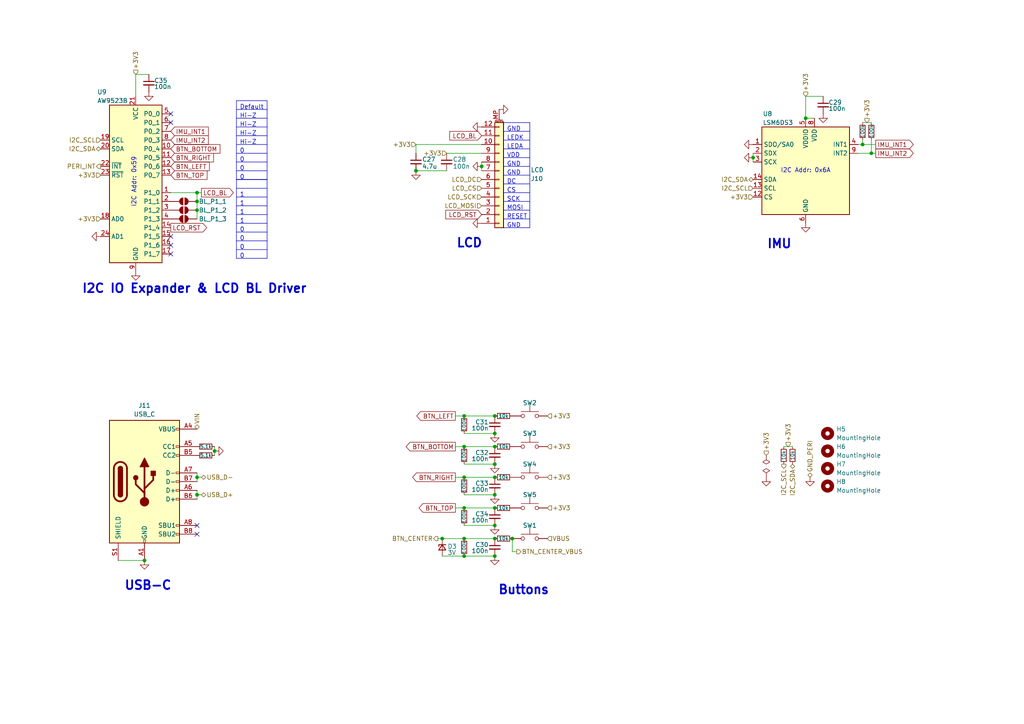
<source format=kicad_sch>
(kicad_sch (version 20250114) (generator "eeschema") (generator_version "9.0")
  (paper "A4")
  (lib_symbols
    (symbol "Connector:USB_C_Receptacle_USB2.0_16P" (pin_names (offset 1.016))
      (property "Reference" "J" (at 0 22.225 0))
      (property "Value" "USB_C_Receptacle_USB2.0_16P" (at 0 19.685 0))
      (symbol "USB_C_Receptacle_USB2.0_16P_0_0"
        (rectangle (start -0.254 -17.78) (end 0.254 -16.764))
        (rectangle (start 10.16 15.494) (end 9.144 14.986))
        (rectangle (start 10.16 10.414) (end 9.144 9.906))
        (rectangle (start 10.16 7.874) (end 9.144 7.366))
        (rectangle (start 10.16 2.794) (end 9.144 2.286))
        (rectangle (start 10.16 0.254) (end 9.144 -0.254))
        (rectangle (start 10.16 -2.286) (end 9.144 -2.794))
        (rectangle (start 10.16 -4.826) (end 9.144 -5.334))
        (rectangle (start 10.16 -12.446) (end 9.144 -12.954))
        (rectangle (start 10.16 -14.986) (end 9.144 -15.494))
      )
      (symbol "USB_C_Receptacle_USB2.0_16P_0_1"
        (rectangle (start -10.16 17.78) (end 10.16 -17.78) (stroke (width 0.254)) (fill (type background)))
        (polyline (pts (xy -8.89 -3.81) (xy -8.89 3.81)) (stroke (width 0.508)))
        (rectangle (start -7.62 -3.81) (end -6.35 3.81) (stroke (width 0.254)) (fill (type outline)))
        (arc (start -7.62 3.81) (mid -6.985 4.4423) (end -6.35 3.81) (stroke (width 0.254)))
        (arc (start -7.62 3.81) (mid -6.985 4.4423) (end -6.35 3.81) (stroke (width 0.254)) (fill (type outline)))
        (arc (start -8.89 3.81) (mid -6.985 5.7067) (end -5.08 3.81) (stroke (width 0.508)))
        (arc (start -5.08 -3.81) (mid -6.985 -5.7067) (end -8.89 -3.81) (stroke (width 0.508)))
        (arc (start -6.35 -3.81) (mid -6.985 -4.4423) (end -7.62 -3.81) (stroke (width 0.254)))
        (arc (start -6.35 -3.81) (mid -6.985 -4.4423) (end -7.62 -3.81) (stroke (width 0.254)) (fill (type outline)))
        (polyline (pts (xy -5.08 3.81) (xy -5.08 -3.81)) (stroke (width 0.508)))
        (circle (center -2.54 1.143) (radius 0.635) (stroke (width 0.254)) (fill (type outline)))
        (polyline (pts (xy -1.27 4.318) (xy 0 6.858) (xy 1.27 4.318) (xy -1.27 4.318)) (stroke (width 0.254)) (fill (type outline)))
        (polyline (pts (xy 0 -2.032) (xy 2.54 0.508) (xy 2.54 1.778)) (stroke (width 0.508)))
        (polyline (pts (xy 0 -3.302) (xy -2.54 -0.762) (xy -2.54 0.508)) (stroke (width 0.508)))
        (polyline (pts (xy 0 -5.842) (xy 0 4.318)) (stroke (width 0.508)))
        (circle (center 0 -5.842) (radius 1.27) (fill (type outline)))
        (rectangle (start 1.905 1.778) (end 3.175 3.048) (stroke (width 0.254)) (fill (type outline)))
      )
      (symbol "USB_C_Receptacle_USB2.0_16P_1_1"
        (pin passive line (at -7.62 -22.86 90) (length 5.08) (name "SHIELD") (number "S1"))
        (pin passive line (at 0 -22.86 90) (length 5.08) (name "GND") (number "A1"))
        (pin passive line (at 0 -22.86 90) (length 5.08) (hide yes) (name "GND") (number "A12"))
        (pin passive line (at 0 -22.86 90) (length 5.08) (hide yes) (name "GND") (number "B1"))
        (pin passive line (at 0 -22.86 90) (length 5.08) (hide yes) (name "GND") (number "B12"))
        (pin passive line (at 15.24 15.24 180) (length 5.08) (name "VBUS") (number "A4"))
        (pin passive line (at 15.24 15.24 180) (length 5.08) (hide yes) (name "VBUS") (number "A9"))
        (pin passive line (at 15.24 15.24 180) (length 5.08) (hide yes) (name "VBUS") (number "B4"))
        (pin passive line (at 15.24 15.24 180) (length 5.08) (hide yes) (name "VBUS") (number "B9"))
        (pin bidirectional line (at 15.24 10.16 180) (length 5.08) (name "CC1") (number "A5"))
        (pin bidirectional line (at 15.24 7.62 180) (length 5.08) (name "CC2") (number "B5"))
        (pin bidirectional line (at 15.24 2.54 180) (length 5.08) (name "D-") (number "A7"))
        (pin bidirectional line (at 15.24 0 180) (length 5.08) (name "D-") (number "B7"))
        (pin bidirectional line (at 15.24 -2.54 180) (length 5.08) (name "D+") (number "A6"))
        (pin bidirectional line (at 15.24 -5.08 180) (length 5.08) (name "D+") (number "B6"))
        (pin bidirectional line (at 15.24 -12.7 180) (length 5.08) (name "SBU1") (number "A8"))
        (pin bidirectional line (at 15.24 -15.24 180) (length 5.08) (name "SBU2") (number "B8"))
      )
    )
    (symbol "Connector_Generic_MountingPin:Conn_01x12_MountingPin" (pin_names (offset 1.016) (hide yes))
      (property "Reference" "J" (at 0 15.24 0))
      (property "Value" "Conn_01x12_MountingPin" (at 1.27 -17.78 0))
      (symbol "Conn_01x12_MountingPin_1_1"
        (rectangle (start -1.27 13.97) (end 1.27 -16.51) (stroke (width 0.254)) (fill (type background)))
        (rectangle (start -1.27 12.827) (end 0 12.573) (stroke (width 0.1524)))
        (rectangle (start -1.27 10.287) (end 0 10.033) (stroke (width 0.1524)))
        (rectangle (start -1.27 7.747) (end 0 7.493) (stroke (width 0.1524)))
        (rectangle (start -1.27 5.207) (end 0 4.953) (stroke (width 0.1524)))
        (rectangle (start -1.27 2.667) (end 0 2.413) (stroke (width 0.1524)))
        (rectangle (start -1.27 0.127) (end 0 -0.127) (stroke (width 0.1524)))
        (rectangle (start -1.27 -2.413) (end 0 -2.667) (stroke (width 0.1524)))
        (rectangle (start -1.27 -4.953) (end 0 -5.207) (stroke (width 0.1524)))
        (rectangle (start -1.27 -7.493) (end 0 -7.747) (stroke (width 0.1524)))
        (rectangle (start -1.27 -10.033) (end 0 -10.287) (stroke (width 0.1524)))
        (rectangle (start -1.27 -12.573) (end 0 -12.827) (stroke (width 0.1524)))
        (rectangle (start -1.27 -15.113) (end 0 -15.367) (stroke (width 0.1524)))
        (polyline (pts (xy -1.016 -17.272) (xy 1.016 -17.272)) (stroke (width 0.1524)))
        (text "Mounting" (at 0 -16.891 0) (effects (font (size 0.381 0.381))))
        (pin passive line (at -5.08 12.7 0) (length 3.81) (name "Pin_1") (number "1"))
        (pin passive line (at -5.08 10.16 0) (length 3.81) (name "Pin_2") (number "2"))
        (pin passive line (at -5.08 7.62 0) (length 3.81) (name "Pin_3") (number "3"))
        (pin passive line (at -5.08 5.08 0) (length 3.81) (name "Pin_4") (number "4"))
        (pin passive line (at -5.08 2.54 0) (length 3.81) (name "Pin_5") (number "5"))
        (pin passive line (at -5.08 0 0) (length 3.81) (name "Pin_6") (number "6"))
        (pin passive line (at -5.08 -2.54 0) (length 3.81) (name "Pin_7") (number "7"))
        (pin passive line (at -5.08 -5.08 0) (length 3.81) (name "Pin_8") (number "8"))
        (pin passive line (at -5.08 -7.62 0) (length 3.81) (name "Pin_9") (number "9"))
        (pin passive line (at -5.08 -10.16 0) (length 3.81) (name "Pin_10") (number "10"))
        (pin passive line (at -5.08 -12.7 0) (length 3.81) (name "Pin_11") (number "11"))
        (pin passive line (at -5.08 -15.24 0) (length 3.81) (name "Pin_12") (number "12"))
        (pin passive line (at 0 -20.32 90) (length 3.048) (name "MountPin") (number "MP"))
      )
    )
    (symbol "Device:C_Small" (pin_numbers (hide yes)) (pin_names (offset 0.254) (hide yes))
      (property "Reference" "C" (at 0.254 1.778 0))
      (property "Value" "C_Small" (at 0.254 -2.032 0))
      (symbol "C_Small_0_1"
        (polyline (pts (xy -1.524 0.508) (xy 1.524 0.508)) (stroke (width 0.3048)))
        (polyline (pts (xy -1.524 -0.508) (xy 1.524 -0.508)) (stroke (width 0.3302)))
      )
      (symbol "C_Small_1_1"
        (pin passive line (at 0 2.54 270) (length 2.032) (name "~") (number "1"))
        (pin passive line (at 0 -2.54 90) (length 2.032) (name "~") (number "2"))
      )
    )
    (symbol "Device:D_Zener_Small" (pin_numbers (hide yes)) (pin_names (offset 0.254) (hide yes))
      (property "Reference" "D" (at 0 2.286 0))
      (property "Value" "D_Zener_Small" (at 0 -2.286 0))
      (symbol "D_Zener_Small_0_1"
        (polyline (pts (xy -0.254 1.016) (xy -0.762 1.016) (xy -0.762 -1.016)) (stroke (width 0.254)))
        (polyline (pts (xy 0.762 1.016) (xy -0.762 0) (xy 0.762 -1.016) (xy 0.762 1.016)) (stroke (width 0.254)))
        (polyline (pts (xy 0.762 0) (xy -0.762 0)))
      )
      (symbol "D_Zener_Small_1_1"
        (pin passive line (at -2.54 0 0) (length 1.778) (name "K") (number "1"))
        (pin passive line (at 2.54 0 180) (length 1.778) (name "A") (number "2"))
      )
    )
    (symbol "Device:R_Small" (pin_numbers (hide yes)) (pin_names (offset 0.254) (hide yes))
      (property "Reference" "R" (at 0 0 90))
      (property "Value" "R_Small" (at 1.778 0 90))
      (symbol "R_Small_0_1"
        (rectangle (start -0.762 1.778) (end 0.762 -1.778) (stroke (width 0.2032)))
      )
      (symbol "R_Small_1_1"
        (pin passive line (at 0 2.54 270) (length 0.762) (name "~") (number "1"))
        (pin passive line (at 0 -2.54 90) (length 0.762) (name "~") (number "2"))
      )
    )
    (symbol "Interface_Expansion:AW9523B"
      (property "Reference" "U" (at -5.08 26.67 0))
      (property "Value" "AW9523B" (at 6.35 26.67 0))
      (symbol "AW9523B_1_1"
        (rectangle (start -7.62 22.86) (end 7.62 -22.86) (stroke (width 0.254)) (fill (type background)))
        (pin input line (at -10.16 12.7 0) (length 2.54) (name "SCL") (number "19"))
        (pin bidirectional line (at -10.16 10.16 0) (length 2.54) (name "SDA") (number "20"))
        (pin open_collector line (at -10.16 5.08 0) (length 2.54) (name "~{INT}") (number "22"))
        (pin input line (at -10.16 2.54 0) (length 2.54) (name "~{RST}") (number "23"))
        (pin input line (at -10.16 -10.16 0) (length 2.54) (name "AD0") (number "18"))
        (pin input line (at -10.16 -15.24 0) (length 2.54) (name "AD1") (number "24"))
        (pin power_in line (at 0 25.4 270) (length 2.54) (name "VCC") (number "21"))
        (pin passive line (at 0 -25.4 90) (length 2.54) (hide yes) (name "GND") (number "25"))
        (pin power_in line (at 0 -25.4 90) (length 2.54) (name "GND") (number "9"))
        (pin bidirectional line (at 10.16 20.32 180) (length 2.54) (name "P0_0") (number "5"))
        (pin bidirectional line (at 10.16 17.78 180) (length 2.54) (name "P0_1") (number "6"))
        (pin bidirectional line (at 10.16 15.24 180) (length 2.54) (name "P0_2") (number "7"))
        (pin bidirectional line (at 10.16 12.7 180) (length 2.54) (name "P0_3") (number "8"))
        (pin bidirectional line (at 10.16 10.16 180) (length 2.54) (name "P0_4") (number "10"))
        (pin bidirectional line (at 10.16 7.62 180) (length 2.54) (name "P0_5") (number "11"))
        (pin bidirectional line (at 10.16 5.08 180) (length 2.54) (name "P0_6") (number "12"))
        (pin bidirectional line (at 10.16 2.54 180) (length 2.54) (name "P0_7") (number "13"))
        (pin bidirectional line (at 10.16 -2.54 180) (length 2.54) (name "P1_0") (number "1"))
        (pin bidirectional line (at 10.16 -5.08 180) (length 2.54) (name "P1_1") (number "2"))
        (pin bidirectional line (at 10.16 -7.62 180) (length 2.54) (name "P1_2") (number "3"))
        (pin bidirectional line (at 10.16 -10.16 180) (length 2.54) (name "P1_3") (number "4"))
        (pin bidirectional line (at 10.16 -12.7 180) (length 2.54) (name "P1_4") (number "14"))
        (pin bidirectional line (at 10.16 -15.24 180) (length 2.54) (name "P1_5") (number "15"))
        (pin bidirectional line (at 10.16 -17.78 180) (length 2.54) (name "P1_6") (number "16"))
        (pin bidirectional line (at 10.16 -20.32 180) (length 2.54) (name "P1_7") (number "17"))
      )
    )
    (symbol "Jumper:SolderJumper_2_Open" (pin_numbers (hide yes)) (pin_names (offset 0) (hide yes)) (in_bom no)
      (property "Reference" "JP" (at 0 2.032 0))
      (property "Value" "SolderJumper_2_Open" (at 0 -2.54 0))
      (symbol "SolderJumper_2_Open_0_1"
        (polyline (pts (xy -0.254 1.016) (xy -0.254 -1.016)))
        (arc (start -0.254 -1.016) (mid -1.2656 0) (end -0.254 1.016))
        (arc (start -0.254 -1.016) (mid -1.2656 0) (end -0.254 1.016) (fill (type outline)))
        (arc (start 0.254 1.016) (mid 1.2656 0) (end 0.254 -1.016))
        (arc (start 0.254 1.016) (mid 1.2656 0) (end 0.254 -1.016) (fill (type outline)))
        (polyline (pts (xy 0.254 1.016) (xy 0.254 -1.016)))
      )
      (symbol "SolderJumper_2_Open_1_1"
        (pin passive line (at -3.81 0 0) (length 2.54) (name "A") (number "1"))
        (pin passive line (at 3.81 0 180) (length 2.54) (name "B") (number "2"))
      )
    )
    (symbol "Mechanical:MountingHole" (pin_names (offset 1.016)) (in_bom no)
      (property "Reference" "H" (at 0 5.08 0))
      (property "Value" "MountingHole" (at 0 3.175 0))
      (symbol "MountingHole_0_1"
        (circle (center 0 0) (radius 1.27) (stroke (width 1.27)))
      )
    )
    (symbol "Sensor_Motion:LSM6DS3"
      (property "Reference" "U" (at -11.43 15.24 0))
      (property "Value" "LSM6DS3" (at -11.43 12.7 0))
      (symbol "LSM6DS3_0_1"
        (rectangle (start -12.7 12.7) (end 12.7 -12.7) (stroke (width 0.254)) (fill (type background)))
      )
      (symbol "LSM6DS3_1_1"
        (pin bidirectional line (at -15.24 7.62 0) (length 2.54) (name "SDO/SA0") (number "1"))
        (pin bidirectional line (at -15.24 5.08 0) (length 2.54) (name "SDX") (number "2"))
        (pin input line (at -15.24 2.54 0) (length 2.54) (name "SCX") (number "3"))
        (pin bidirectional line (at -15.24 -2.54 0) (length 2.54) (name "SDA") (number "14"))
        (pin input line (at -15.24 -5.08 0) (length 2.54) (name "SCL") (number "13"))
        (pin input line (at -15.24 -7.62 0) (length 2.54) (name "CS") (number "12"))
        (pin power_in line (at 0 15.24 270) (length 2.54) (name "VDDIO") (number "5"))
        (pin power_in line (at 0 -15.24 90) (length 2.54) (name "GND") (number "6"))
        (pin passive line (at 0 -15.24 90) (length 2.54) (hide yes) (name "GND") (number "7"))
        (pin power_in line (at 2.54 15.24 270) (length 2.54) (name "VDD") (number "8"))
        (pin no_connect line (at 12.7 -2.54 180) (length 3.81) (hide yes) (name "NC") (number "11"))
        (pin no_connect line (at 12.7 -5.08 180) (length 3.81) (hide yes) (name "NC") (number "10"))
        (pin output line (at 15.24 7.62 180) (length 2.54) (name "INT1") (number "4"))
        (pin output line (at 15.24 5.08 180) (length 2.54) (name "INT2") (number "9"))
      )
    )
    (symbol "Switch:SW_Push" (pin_numbers (hide yes)) (pin_names (offset 1.016) (hide yes))
      (property "Reference" "SW" (at 1.27 2.54 0))
      (property "Value" "SW_Push" (at 0 -1.524 0))
      (symbol "SW_Push_0_1"
        (circle (center -2.032 0) (radius 0.508))
        (polyline (pts (xy 0 1.27) (xy 0 3.048)))
        (circle (center 2.032 0) (radius 0.508))
        (polyline (pts (xy 2.54 1.27) (xy -2.54 1.27)))
        (pin passive line (at -5.08 0 0) (length 2.54) (name "1") (number "1"))
        (pin passive line (at 5.08 0 180) (length 2.54) (name "2") (number "2"))
      )
    )
    (symbol "power:GND" (power) (pin_numbers (hide yes)) (pin_names (offset 0) (hide yes))
      (property "Value" "GND" (at 0 -3.81 0))
      (symbol "GND_0_1"
        (polyline (pts (xy 0 0) (xy 0 -1.27) (xy 1.27 -1.27) (xy 0 -2.54) (xy -1.27 -1.27) (xy 0 -1.27)))
      )
      (symbol "GND_1_1"
        (pin power_in line (at 0 0 270) (length 0) (name "~") (number "1"))
      )
    )
    (symbol "power:PWR_FLAG" (power) (pin_numbers (hide yes)) (pin_names (offset 0) (hide yes))
      (property "Value" "PWR_FLAG" (at 0 3.81 0))
      (symbol "PWR_FLAG_0_0"
        (pin power_out line (at 0 0 90) (length 0) (name "~") (number "1"))
      )
      (symbol "PWR_FLAG_0_1"
        (polyline (pts (xy 0 0) (xy 0 1.27) (xy -1.016 1.905) (xy 0 2.54) (xy 1.016 1.905) (xy 0 1.27)))
      )
    )
  )
  (text "IMU" (at 226.06 70.866 0) (effects (font (size 2.54 2.54) (thickness 0.508) (bold yes))))
  (text "I2C Addr: 0x59" (at 38.862 52.832 90) (effects (font (size 1.27 1.27))))
  (text "I2C Addr: 0x6A" (at 233.68 49.53 0) (effects (font (size 1.27 1.27))))
  (text "I2C IO Expander & LCD BL Driver" (at 56.388 83.82 0) (effects (font (size 2.54 2.54) (thickness 0.508) (bold yes))))
  (text "LCD" (at 136.144 70.612 0) (effects (font (size 2.54 2.54) (thickness 0.508) (bold yes))))
  (text "Buttons" (at 151.892 171.196 0) (effects (font (size 2.54 2.54) (thickness 0.508) (bold yes))))
  (text "USB-C" (at 42.926 169.926 0) (effects (font (size 2.54 2.54) (thickness 0.508) (bold yes))))
  (junction (at 143.51 125.73))
  (junction (at 57.15 60.96))
  (junction (at 143.51 156.21))
  (junction (at 57.15 143.51))
  (junction (at 134.62 138.43))
  (junction (at 41.91 162.56))
  (junction (at 134.62 147.32))
  (junction (at 128.27 156.21))
  (junction (at 120.65 49.53))
  (junction (at 143.51 129.54))
  (junction (at 250.19 41.91))
  (junction (at 143.51 120.65))
  (junction (at 57.15 138.43))
  (junction (at 252.73 44.45))
  (junction (at 134.62 161.29))
  (junction (at 134.62 129.54))
  (junction (at 218.44 45.72))
  (junction (at 57.15 58.42))
  (junction (at 143.51 138.43))
  (junction (at 62.23 130.81))
  (junction (at 57.15 55.88))
  (junction (at 233.68 34.29))
  (junction (at 134.62 120.65))
  (junction (at 143.51 143.51))
  (junction (at 143.51 147.32))
  (junction (at 143.51 161.29))
  (junction (at 143.51 152.4))
  (junction (at 143.51 134.62))
  (junction (at 148.59 156.21))
  (junction (at 139.7 48.26))
  (junction (at 134.62 156.21))
  (no_connect (at 49.53 71.12))
  (no_connect (at 49.53 35.56))
  (no_connect (at 49.53 33.02))
  (no_connect (at 49.53 68.58))
  (no_connect (at 49.53 73.66))
  (no_connect (at 57.15 152.4))
  (no_connect (at 57.15 154.94))
  (wire (pts (xy 134.62 125.73) (xy 143.51 125.73)))
  (wire (pts (xy 57.15 55.88) (xy 57.15 58.42)))
  (wire (pts (xy 132.08 147.32) (xy 134.62 147.32)))
  (wire (pts (xy 127 156.21) (xy 128.27 156.21)))
  (wire (pts (xy 58.42 138.43) (xy 57.15 138.43)))
  (wire (pts (xy 254 41.91) (xy 250.19 41.91)))
  (wire (pts (xy 134.62 161.29) (xy 143.51 161.29)))
  (wire (pts (xy 227.33 129.54) (xy 229.87 129.54)))
  (wire (pts (xy 254 44.45) (xy 252.73 44.45)))
  (wire (pts (xy 134.62 143.51) (xy 143.51 143.51)))
  (wire (pts (xy 57.15 143.51) (xy 57.15 144.78)))
  (wire (pts (xy 120.65 41.91) (xy 120.65 44.45)))
  (wire (pts (xy 129.54 44.45) (xy 139.7 44.45)))
  (wire (pts (xy 134.62 129.54) (xy 143.51 129.54)))
  (wire (pts (xy 49.53 55.88) (xy 57.15 55.88)))
  (wire (pts (xy 218.44 45.72) (xy 218.44 46.99)))
  (wire (pts (xy 132.08 138.43) (xy 134.62 138.43)))
  (wire (pts (xy 134.62 120.65) (xy 143.51 120.65)))
  (wire (pts (xy 62.23 130.81) (xy 62.23 132.08)))
  (wire (pts (xy 134.62 156.21) (xy 143.51 156.21)))
  (wire (pts (xy 139.7 41.91) (xy 120.65 41.91)))
  (wire (pts (xy 58.42 143.51) (xy 57.15 143.51)))
  (wire (pts (xy 120.65 49.53) (xy 129.54 49.53)))
  (wire (pts (xy 252.73 44.45) (xy 248.92 44.45)))
  (wire (pts (xy 149.86 160.02) (xy 148.59 160.02)))
  (wire (pts (xy 132.08 129.54) (xy 134.62 129.54)))
  (wire (pts (xy 233.68 27.94) (xy 238.76 27.94)))
  (wire (pts (xy 132.08 120.65) (xy 134.62 120.65)))
  (wire (pts (xy 134.62 152.4) (xy 143.51 152.4)))
  (wire (pts (xy 134.62 138.43) (xy 143.51 138.43)))
  (wire (pts (xy 252.73 40.64) (xy 252.73 44.45)))
  (wire (pts (xy 233.68 27.94) (xy 233.68 34.29)))
  (wire (pts (xy 57.15 142.24) (xy 57.15 143.51)))
  (wire (pts (xy 39.37 21.59) (xy 43.18 21.59)))
  (wire (pts (xy 250.19 41.91) (xy 248.92 41.91)))
  (wire (pts (xy 148.59 160.02) (xy 148.59 156.21)))
  (wire (pts (xy 128.27 156.21) (xy 134.62 156.21)))
  (wire (pts (xy 34.29 162.56) (xy 41.91 162.56)))
  (wire (pts (xy 134.62 134.62) (xy 143.51 134.62)))
  (wire (pts (xy 57.15 137.16) (xy 57.15 138.43)))
  (wire (pts (xy 57.15 60.96) (xy 57.15 63.5)))
  (wire (pts (xy 39.37 21.59) (xy 39.37 27.94)))
  (wire (pts (xy 233.68 34.29) (xy 236.22 34.29)))
  (wire (pts (xy 57.15 58.42) (xy 57.15 60.96)))
  (wire (pts (xy 218.44 44.45) (xy 218.44 45.72)))
  (wire (pts (xy 57.15 55.88) (xy 58.42 55.88)))
  (wire (pts (xy 57.15 138.43) (xy 57.15 139.7)))
  (wire (pts (xy 250.19 40.64) (xy 250.19 41.91)))
  (wire (pts (xy 250.19 35.56) (xy 252.73 35.56)))
  (wire (pts (xy 139.7 48.26) (xy 139.7 49.53)))
  (wire (pts (xy 134.62 147.32) (xy 143.51 147.32)))
  (wire (pts (xy 62.23 129.54) (xy 62.23 130.81)))
  (wire (pts (xy 128.27 161.29) (xy 134.62 161.29)))
  (wire (pts (xy 139.7 46.99) (xy 139.7 48.26)))
  (table (column_count 1) (border (external yes) (header yes)) (separators (rows yes) (cols yes)) (column_widths 8.89) (row_heights 2.54 2.54 2.54 2.54 2.54 2.54 2.54 2.54 2.54) (cells (table_cell "" (at 68.58 52.07 0) (size 8.89 2.54) (margins 0.9525 0.9525 0.9525 0.9525) (span 1 1)) (table_cell "1" (at 68.58 54.61 0) (size 8.89 2.54) (margins 0.9525 0.9525 0.9525 0.9525) (span 1 1)) (table_cell "1" (at 68.58 57.15 0) (size 8.89 2.54) (margins 0.9525 0.9525 0.9525 0.9525) (span 1 1)) (table_cell "1" (at 68.58 59.69 0) (size 8.89 2.54) (margins 0.9525 0.9525 0.9525 0.9525) (span 1 1)) (table_cell "1" (at 68.58 62.23 0) (size 8.89 2.54) (margins 0.9525 0.9525 0.9525 0.9525) (span 1 1)) (table_cell "0" (at 68.58 64.77 0) (size 8.89 2.54) (margins 0.9525 0.9525 0.9525 0.9525) (span 1 1)) (table_cell "0" (at 68.58 67.31 0) (size 8.89 2.54) (margins 0.9525 0.9525 0.9525 0.9525) (span 1 1)) (table_cell "0" (at 68.58 69.85 0) (size 8.89 2.54) (margins 0.9525 0.9525 0.9525 0.9525) (span 1 1)) (table_cell "0" (at 68.58 72.39 0) (size 8.89 2.54) (margins 0.9525 0.9525 0.9525 0.9525) (span 1 1))))
  (table (column_count 1) (border (external yes) (header yes)) (separators (rows yes) (cols yes)) (column_widths 7.62) (row_heights 2.54 2.54 2.54 2.54 2.54 2.54 2.54 2.54 2.54 2.54 2.54 2.54) (cells (table_cell "GND" (at 146.05 35.56 0) (size 7.62 2.54) (margins 0.9525 0.9525 0.9525 0.9525) (span 1 1)) (table_cell "LEDK" (at 146.05 38.1 0) (size 7.62 2.54) (margins 0.9525 0.9525 0.9525 0.9525) (span 1 1)) (table_cell "LEDA" (at 146.05 40.64 0) (size 7.62 2.54) (margins 0.9525 0.9525 0.9525 0.9525) (span 1 1)) (table_cell "VDD" (at 146.05 43.18 0) (size 7.62 2.54) (margins 0.9525 0.9525 0.9525 0.9525) (span 1 1)) (table_cell "GND" (at 146.05 45.72 0) (size 7.62 2.54) (margins 0.9525 0.9525 0.9525 0.9525) (span 1 1)) (table_cell "GND" (at 146.05 48.26 0) (size 7.62 2.54) (margins 0.9525 0.9525 0.9525 0.9525) (span 1 1)) (table_cell "DC" (at 146.05 50.8 0) (size 7.62 2.54) (margins 0.9525 0.9525 0.9525 0.9525) (span 1 1)) (table_cell "CS" (at 146.05 53.34 0) (size 7.62 2.54) (margins 0.9525 0.9525 0.9525 0.9525) (span 1 1)) (table_cell "SCK" (at 146.05 55.88 0) (size 7.62 2.54) (margins 0.9525 0.9525 0.9525 0.9525) (span 1 1)) (table_cell "MOSI" (at 146.05 58.42 0) (size 7.62 2.54) (margins 0.9525 0.9525 0.9525 0.9525) (span 1 1)) (table_cell "RESET" (at 146.05 60.96 0) (size 7.62 2.54) (margins 0.9525 0.9525 0.9525 0.9525) (span 1 1)) (table_cell "GND" (at 146.05 63.5 0) (size 7.62 2.54) (margins 0.9525 0.9525 0.9525 0.9525) (span 1 1))))
  (table (column_count 1) (border (external yes) (header yes)) (separators (rows yes) (cols yes)) (column_widths 8.89) (row_heights 2.54 2.54 2.54 2.54 2.54 2.54 2.54 2.54 2.54) (cells (table_cell "Default" (at 68.58 29.21 0) (size 8.89 2.54) (margins 0.9525 0.9525 0.9525 0.9525) (span 1 1)) (table_cell "Hi-Z" (at 68.58 31.75 0) (size 8.89 2.54) (margins 0.9525 0.9525 0.9525 0.9525) (span 1 1)) (table_cell "Hi-Z" (at 68.58 34.29 0) (size 8.89 2.54) (margins 0.9525 0.9525 0.9525 0.9525) (span 1 1)) (table_cell "Hi-Z" (at 68.58 36.83 0) (size 8.89 2.54) (margins 0.9525 0.9525 0.9525 0.9525) (span 1 1)) (table_cell "Hi-Z" (at 68.58 39.37 0) (size 8.89 2.54) (margins 0.9525 0.9525 0.9525 0.9525) (span 1 1)) (table_cell "0" (at 68.58 41.91 0) (size 8.89 2.54) (margins 0.9525 0.9525 0.9525 0.9525) (span 1 1)) (table_cell "0" (at 68.58 44.45 0) (size 8.89 2.54) (margins 0.9525 0.9525 0.9525 0.9525) (span 1 1)) (table_cell "0" (at 68.58 46.99 0) (size 8.89 2.54) (margins 0.9525 0.9525 0.9525 0.9525) (span 1 1)) (table_cell "0" (at 68.58 49.53 0) (size 8.89 2.54) (margins 0.9525 0.9525 0.9525 0.9525) (span 1 1))))
  (global_label "IMU_INT1" (shape output) (at 254 41.91 0) (property "Intersheetrefs" "${INTERSHEET_REFS}" (effects (hide yes))))
  (global_label "LCD_RST" (shape output) (at 49.53 66.04 0) (property "Intersheetrefs" "${INTERSHEET_REFS}" (effects (hide yes))))
  (global_label "BTN_LEFT" (shape input) (at 49.53 48.26 0) (property "Intersheetrefs" "${INTERSHEET_REFS}" (effects (hide yes))))
  (global_label "BTN_RIGHT" (shape input) (at 49.53 45.72 0) (property "Intersheetrefs" "${INTERSHEET_REFS}" (effects (hide yes))))
  (global_label "LCD_BL" (shape input) (at 139.7 39.37 180) (property "Intersheetrefs" "${INTERSHEET_REFS}" (effects (hide yes))))
  (global_label "BTN_BOTTOM" (shape output) (at 132.08 129.54 180) (property "Intersheetrefs" "${INTERSHEET_REFS}" (effects (hide yes))))
  (global_label "BTN_RIGHT" (shape output) (at 132.08 138.43 180) (property "Intersheetrefs" "${INTERSHEET_REFS}" (effects (hide yes))))
  (global_label "BTN_BOTTOM" (shape input) (at 49.53 43.18 0) (property "Intersheetrefs" "${INTERSHEET_REFS}" (effects (hide yes))))
  (global_label "BTN_TOP" (shape input) (at 49.53 50.8 0) (property "Intersheetrefs" "${INTERSHEET_REFS}" (effects (hide yes))))
  (global_label "BTN_TOP" (shape output) (at 132.08 147.32 180) (property "Intersheetrefs" "${INTERSHEET_REFS}" (effects (hide yes))))
  (global_label "IMU_INT2" (shape output) (at 254 44.45 0) (property "Intersheetrefs" "${INTERSHEET_REFS}" (effects (hide yes))))
  (global_label "LCD_BL" (shape output) (at 58.42 55.88 0) (property "Intersheetrefs" "${INTERSHEET_REFS}" (effects (hide yes))))
  (global_label "IMU_INT2" (shape input) (at 49.53 40.64 0) (property "Intersheetrefs" "${INTERSHEET_REFS}" (effects (hide yes))))
  (global_label "BTN_LEFT" (shape output) (at 132.08 120.65 180) (property "Intersheetrefs" "${INTERSHEET_REFS}" (effects (hide yes))))
  (global_label "IMU_INT1" (shape input) (at 49.53 38.1 0) (property "Intersheetrefs" "${INTERSHEET_REFS}" (effects (hide yes))))
  (global_label "LCD_RST" (shape input) (at 139.7 62.23 180) (property "Intersheetrefs" "${INTERSHEET_REFS}" (effects (hide yes))))
  (hierarchical_label "LCD_SCK" (shape input) (at 139.7 57.15 180))
  (hierarchical_label "VIN" (shape bidirectional) (at 57.15 124.46 90))
  (hierarchical_label "USB_D+" (shape bidirectional) (at 58.42 143.51 0))
  (hierarchical_label "+3V3" (shape input) (at 228.6 129.54 90))
  (hierarchical_label "VBUS" (shape input) (at 158.75 156.21 0))
  (hierarchical_label "I2C_SDA" (shape bidirectional) (at 29.21 43.18 180))
  (hierarchical_label "LCD_MOSI" (shape input) (at 139.7 59.69 180))
  (hierarchical_label "LCD_CS" (shape input) (at 139.7 54.61 180))
  (hierarchical_label "I2C_SCL" (shape input) (at 218.44 54.61 180))
  (hierarchical_label "+3V3" (shape input) (at 29.21 63.5 180))
  (hierarchical_label "PERI_INT" (shape output) (at 29.21 48.26 180))
  (hierarchical_label "I2C_SDA" (shape bidirectional) (at 229.87 134.62 270))
  (hierarchical_label "+3V3" (shape input) (at 233.68 27.94 90))
  (hierarchical_label "+3V3" (shape input) (at 158.75 147.32 0))
  (hierarchical_label "+3V3" (shape input) (at 129.54 44.45 180))
  (hierarchical_label "I2C_SCL" (shape output) (at 227.33 134.62 270))
  (hierarchical_label "+3V3" (shape input) (at 120.65 41.91 180))
  (hierarchical_label "+3V3" (shape input) (at 251.46 35.56 90))
  (hierarchical_label "+3V3" (shape input) (at 158.75 138.43 0))
  (hierarchical_label "BTN_CENTER" (shape output) (at 127 156.21 180))
  (hierarchical_label "I2C_SDA" (shape bidirectional) (at 218.44 52.07 180))
  (hierarchical_label "+3V3" (shape input) (at 39.37 21.59 90))
  (hierarchical_label "+3V3" (shape input) (at 158.75 129.54 0))
  (hierarchical_label "+3V3" (shape input) (at 218.44 57.15 180))
  (hierarchical_label "I2C_SCL" (shape input) (at 29.21 40.64 180))
  (hierarchical_label "GND_PERI" (shape bidirectional) (at 234.95 138.43 90))
  (hierarchical_label "+3V3" (shape input) (at 158.75 120.65 0))
  (hierarchical_label "LCD_DC" (shape input) (at 139.7 52.07 180))
  (hierarchical_label "+3V3" (shape input) (at 222.25 132.08 90))
  (hierarchical_label "BTN_CENTER_VBUS" (shape output) (at 149.86 160.02 0))
  (hierarchical_label "+3V3" (shape input) (at 29.21 50.8 180))
  (hierarchical_label "USB_D-" (shape bidirectional) (at 58.42 138.43 0))
  (symbol (lib_id "Device:C_Small") (at 120.65 46.99 0) (unit 1)
    (property "Reference" "C27" (at 122.428 46.228 0) (effects (justify left)))
    (property "Value" "4.7u" (at 122.428 48.26 0) (effects (justify left)))
    (property "Footprint" "Capacitor_SMD:C_0603_1608Metric" (effects (hide yes)))
    (property "Description" "Unpolarized capacitor, small symbol" (effects (hide yes)))
    (property "Link" "https://www.lcsc.com/product-detail/C1705.html" (effects (hide yes)))
  )
  (symbol (lib_id "Mechanical:MountingHole") (at 240.03 125.73 0) (unit 1)
    (property "Reference" "H5" (at 242.57 124.4599 0) (effects (justify left)))
    (property "Value" "MountingHole" (at 242.57 126.9999 0) (effects (justify left)))
    (property "Footprint" "MountingHole:MountingHole_2.2mm_M2" (effects (hide yes)))
    (property "Description" "Mounting Hole without connection" (effects (hide yes)))
  )
  (symbol (lib_id "Device:R_Small") (at 252.73 38.1 0) (unit 1)
    (property "Reference" "R47" (effects (hide yes)))
    (property "Value" "100k" (at 252.73 38.1 90) (effects (font (size 1.016 1.016))))
    (property "Footprint" "Resistor_SMD:R_0603_1608Metric" (effects (hide yes)))
    (property "Description" "Resistor, small symbol" (effects (hide yes)))
    (property "Link" "https://www.lcsc.com/product-detail/C2907002.html" (effects (hide yes)))
  )
  (symbol (lib_id "Device:C_Small") (at 43.18 24.13 0) (unit 1)
    (property "Reference" "C35" (at 44.704 23.368 0) (effects (justify left)))
    (property "Value" "100n" (at 44.704 25.146 0) (effects (justify left)))
    (property "Footprint" "Capacitor_SMD:C_0603_1608Metric" (effects (hide yes)))
    (property "Description" "Unpolarized capacitor, small symbol" (effects (hide yes)))
    (property "Link" "https://www.lcsc.com/product-detail/C6119867.html" (effects (hide yes)))
  )
  (symbol (lib_id "power:GND") (at 218.44 41.91 270) (unit 1)
    (property "Reference" "#PWR065" (effects (hide yes)))
    (property "Value" "GND_PERI" (effects (hide yes)))
    (property "Description" "Power symbol creates a global label with name \"GND\" , ground" (effects (hide yes)))
  )
  (symbol (lib_id "power:GND") (at 144.78 31.75 90) (unit 1)
    (property "Reference" "#PWR063" (effects (hide yes)))
    (property "Value" "GND_PERI" (effects (hide yes)))
    (property "Description" "Power symbol creates a global label with name \"GND\" , ground" (effects (hide yes)))
  )
  (symbol (lib_id "power:GND") (at 222.25 138.43 0) (unit 1)
    (property "Reference" "#PWR0103" (effects (hide yes)))
    (property "Value" "GND_PERI" (effects (hide yes)))
    (property "Description" "Power symbol creates a global label with name \"GND\" , ground" (effects (hide yes)))
  )
  (symbol (lib_id "Device:R_Small") (at 146.05 120.65 270) (unit 1)
    (property "Reference" "R38" (effects (hide yes)))
    (property "Value" "10k" (at 146.05 120.65 90) (effects (font (size 1.016 1.016))))
    (property "Footprint" "Resistor_SMD:R_0603_1608Metric" (effects (hide yes)))
    (property "Description" "Resistor, small symbol" (effects (hide yes)))
    (property "Link" "https://www.lcsc.com/product-detail/C2906982.html" (effects (hide yes)))
  )
  (symbol (lib_id "power:GND") (at 233.68 64.77 0) (unit 1)
    (property "Reference" "#PWR070" (effects (hide yes)))
    (property "Value" "GND_PERI" (effects (hide yes)))
    (property "Description" "Power symbol creates a global label with name \"GND\" , ground" (effects (hide yes)))
  )
  (symbol (lib_id "Device:C_Small") (at 143.51 123.19 0) (mirror y) (unit 1)
    (property "Reference" "C31" (at 141.732 122.428 0) (effects (justify left)))
    (property "Value" "100n" (at 141.732 124.206 0) (effects (justify left)))
    (property "Footprint" "Capacitor_SMD:C_0603_1608Metric" (effects (hide yes)))
    (property "Description" "Unpolarized capacitor, small symbol" (effects (hide yes)))
    (property "Link" "https://www.lcsc.com/product-detail/C6119867.html" (effects (hide yes)))
  )
  (symbol (lib_id "Device:C_Small") (at 129.54 46.99 0) (unit 1)
    (property "Reference" "C28" (at 131.318 46.228 0) (effects (justify left)))
    (property "Value" "100n" (at 131.318 48.26 0) (effects (justify left)))
    (property "Footprint" "Capacitor_SMD:C_0603_1608Metric" (effects (hide yes)))
    (property "Description" "Unpolarized capacitor, small symbol" (effects (hide yes)))
    (property "Link" "https://www.lcsc.com/product-detail/C6119867.html" (effects (hide yes)))
  )
  (symbol (lib_id "Device:R_Small") (at 227.33 132.08 180) (unit 1)
    (property "Reference" "R36" (effects (hide yes)))
    (property "Value" "10k" (at 227.33 132.08 90) (effects (font (size 1.016 1.016))))
    (property "Footprint" "Resistor_SMD:R_0603_1608Metric" (effects (hide yes)))
    (property "Description" "Resistor, small symbol" (effects (hide yes)))
    (property "Link" "https://www.lcsc.com/product-detail/C2906982.html" (effects (hide yes)))
  )
  (symbol (lib_id "power:PWR_FLAG") (at 222.25 132.08 180) (unit 1)
    (property "Reference" "#FLG05" (effects (hide yes)))
    (property "Value" "PWR_FLAG" (effects (hide yes)))
    (property "Description" "Special symbol for telling ERC where power comes from" (effects (hide yes)))
  )
  (symbol (lib_id "Device:R_Small") (at 59.69 129.54 270) (unit 1)
    (property "Reference" "R33" (effects (hide yes)))
    (property "Value" "5.1k" (at 59.69 129.54 90) (effects (font (size 1.016 1.016))))
    (property "Footprint" "Resistor_SMD:R_0603_1608Metric" (effects (hide yes)))
    (property "Description" "Resistor, small symbol" (effects (hide yes)))
    (property "Link" "https://www.lcsc.com/product-detail/C2907002.html" (effects (hide yes)))
  )
  (symbol (lib_id "power:GND") (at 139.7 36.83 270) (unit 1)
    (property "Reference" "#PWR066" (effects (hide yes)))
    (property "Value" "GND_PERI" (effects (hide yes)))
    (property "Description" "Power symbol creates a global label with name \"GND\" , ground" (effects (hide yes)))
  )
  (symbol (lib_id "Switch:SW_Push") (at 153.67 156.21 0) (unit 1)
    (property "Reference" "SW1" (at 155.702 152.4 0) (effects (justify right)))
    (property "Value" "Center" (effects (hide yes)))
    (property "Footprint" "Button_Switch_SMD:SW_SPST_PTS647_Sx38" (effects (hide yes)))
    (property "Description" "Push button switch, generic, two pins" (effects (hide yes)))
  )
  (symbol (lib_id "Connector:USB_C_Receptacle_USB2.0_16P") (at 41.91 139.7 0) (unit 1)
    (property "Reference" "J11" (at 41.91 117.602 0))
    (property "Value" "USB_C" (at 41.91 120.142 0))
    (property "Footprint" "Connector_USB:USB_C_Receptacle_GCT_USB4105-xx-A_16P_TopMnt_Horizontal" (effects (hide yes)))
    (property "Datasheet" "https://www.usb.org/sites/default/files/documents/usb_type-c.zip" (effects (hide yes)))
    (property "Description" "USB 2.0-only 16P Type-C Receptacle connector" (effects (hide yes)))
    (property "Link" "https://www.lcsc.com/product-detail/C2765186.html" (effects (hide yes)))
  )
  (symbol (lib_id "power:GND") (at 238.76 33.02 0) (unit 1)
    (property "Reference" "#PWR062" (effects (hide yes)))
    (property "Value" "GND_PERI" (effects (hide yes)))
    (property "Description" "Power symbol creates a global label with name \"GND\" , ground" (effects (hide yes)))
  )
  (symbol (lib_id "power:GND") (at 39.37 78.74 0) (unit 1)
    (property "Reference" "#PWR069" (effects (hide yes)))
    (property "Value" "GND_PERI" (effects (hide yes)))
    (property "Description" "Power symbol creates a global label with name \"GND\" , ground" (effects (hide yes)))
  )
  (symbol (lib_id "Device:R_Small") (at 250.19 38.1 0) (unit 1)
    (property "Reference" "R46" (effects (hide yes)))
    (property "Value" "100k" (at 250.19 38.1 90) (effects (font (size 1.016 1.016))))
    (property "Footprint" "Resistor_SMD:R_0603_1608Metric" (effects (hide yes)))
    (property "Description" "Resistor, small symbol" (effects (hide yes)))
    (property "Link" "https://www.lcsc.com/product-detail/C2907002.html" (effects (hide yes)))
  )
  (symbol (lib_id "Device:R_Small") (at 146.05 147.32 270) (unit 1)
    (property "Reference" "R41" (effects (hide yes)))
    (property "Value" "10k" (at 146.05 147.32 90) (effects (font (size 1.016 1.016))))
    (property "Footprint" "Resistor_SMD:R_0603_1608Metric" (effects (hide yes)))
    (property "Description" "Resistor, small symbol" (effects (hide yes)))
    (property "Link" "https://www.lcsc.com/product-detail/C2906982.html" (effects (hide yes)))
  )
  (symbol (lib_id "Switch:SW_Push") (at 153.67 129.54 0) (unit 1)
    (property "Reference" "SW3" (at 155.702 125.73 0) (effects (justify right)))
    (property "Value" "Bottom" (effects (hide yes)))
    (property "Footprint" "Button_Switch_SMD:SW_SPST_PTS647_Sx38" (effects (hide yes)))
    (property "Description" "Push button switch, generic, two pins" (effects (hide yes)))
  )
  (symbol (lib_id "Device:R_Small") (at 134.62 158.75 0) (unit 1)
    (property "Reference" "R45" (effects (hide yes)))
    (property "Value" "100k" (at 134.62 158.75 90) (effects (font (size 1.016 1.016))))
    (property "Footprint" "Resistor_SMD:R_0603_1608Metric" (effects (hide yes)))
    (property "Description" "Resistor, small symbol" (effects (hide yes)))
    (property "Link" "https://www.lcsc.com/product-detail/C2907002.html" (effects (hide yes)))
  )
  (symbol (lib_id "Mechanical:MountingHole") (at 240.03 135.89 0) (unit 1)
    (property "Reference" "H7" (at 242.57 134.6199 0) (effects (justify left)))
    (property "Value" "MountingHole" (at 242.57 137.1599 0) (effects (justify left)))
    (property "Footprint" "MountingHole:MountingHole_2.2mm_M2" (effects (hide yes)))
    (property "Description" "Mounting Hole without connection" (effects (hide yes)))
  )
  (symbol (lib_id "power:GND") (at 143.51 143.51 0) (unit 1)
    (property "Reference" "#PWR037" (effects (hide yes)))
    (property "Value" "GND_PERI" (effects (hide yes)))
    (property "Description" "Power symbol creates a global label with name \"GND\" , ground" (effects (hide yes)))
  )
  (symbol (lib_id "power:GND") (at 143.51 161.29 0) (unit 1)
    (property "Reference" "#PWR040" (effects (hide yes)))
    (property "Value" "GND_PERI" (effects (hide yes)))
    (property "Description" "Power symbol creates a global label with name \"GND\" , ground" (effects (hide yes)))
  )
  (symbol (lib_id "power:GND") (at 120.65 49.53 0) (unit 1)
    (property "Reference" "#PWR064" (effects (hide yes)))
    (property "Value" "GND_PERI" (effects (hide yes)))
    (property "Description" "Power symbol creates a global label with name \"GND\" , ground" (effects (hide yes)))
  )
  (symbol (lib_id "Mechanical:MountingHole") (at 240.03 140.97 0) (unit 1)
    (property "Reference" "H8" (at 242.57 139.6999 0) (effects (justify left)))
    (property "Value" "MountingHole" (at 242.57 142.2399 0) (effects (justify left)))
    (property "Footprint" "MountingHole:MountingHole_2.2mm_M2" (effects (hide yes)))
    (property "Description" "Mounting Hole without connection" (effects (hide yes)))
  )
  (symbol (lib_id "Device:C_Small") (at 238.76 30.48 0) (unit 1)
    (property "Reference" "C29" (at 240.284 29.718 0) (effects (justify left)))
    (property "Value" "100n" (at 240.284 31.496 0) (effects (justify left)))
    (property "Footprint" "Capacitor_SMD:C_0603_1608Metric" (effects (hide yes)))
    (property "Description" "Unpolarized capacitor, small symbol" (effects (hide yes)))
    (property "Link" "https://www.lcsc.com/product-detail/C6119867.html" (effects (hide yes)))
  )
  (symbol (lib_id "Device:C_Small") (at 143.51 140.97 0) (mirror y) (unit 1)
    (property "Reference" "C33" (at 141.732 140.208 0) (effects (justify left)))
    (property "Value" "100n" (at 141.732 141.986 0) (effects (justify left)))
    (property "Footprint" "Capacitor_SMD:C_0603_1608Metric" (effects (hide yes)))
    (property "Description" "Unpolarized capacitor, small symbol" (effects (hide yes)))
    (property "Link" "https://www.lcsc.com/product-detail/C6119867.html" (effects (hide yes)))
  )
  (symbol (lib_id "power:GND") (at 143.51 125.73 0) (unit 1)
    (property "Reference" "#PWR075" (effects (hide yes)))
    (property "Value" "GND_PERI" (effects (hide yes)))
    (property "Description" "Power symbol creates a global label with name \"GND\" , ground" (effects (hide yes)))
  )
  (symbol (lib_id "Jumper:SolderJumper_2_Open") (at 53.34 58.42 0) (unit 1)
    (property "Reference" "JP3" (effects (hide yes)))
    (property "Value" "BL_P1_1" (at 61.722 58.42 0))
    (property "Footprint" "Jumper:SolderJumper-2_P1.3mm_Open_TrianglePad1.0x1.5mm" (effects (hide yes)))
    (property "Description" "Solder Jumper, 2-pole, open" (effects (hide yes)))
  )
  (symbol (lib_id "Device:R_Small") (at 146.05 156.21 270) (unit 1)
    (property "Reference" "R35" (effects (hide yes)))
    (property "Value" "10k" (at 146.05 156.21 90) (effects (font (size 1.016 1.016))))
    (property "Footprint" "Resistor_SMD:R_0603_1608Metric" (effects (hide yes)))
    (property "Description" "Resistor, small symbol" (effects (hide yes)))
    (property "Link" "https://www.lcsc.com/product-detail/C2906982.html" (effects (hide yes)))
  )
  (symbol (lib_id "power:GND") (at 62.23 130.81 90) (unit 1)
    (property "Reference" "#PWR073" (effects (hide yes)))
    (property "Value" "GND_PERI" (effects (hide yes)))
    (property "Description" "Power symbol creates a global label with name \"GND\" , ground" (effects (hide yes)))
  )
  (symbol (lib_id "Device:C_Small") (at 143.51 158.75 0) (mirror y) (unit 1)
    (property "Reference" "C30" (at 141.732 157.988 0) (effects (justify left)))
    (property "Value" "100n" (at 141.732 159.766 0) (effects (justify left)))
    (property "Footprint" "Capacitor_SMD:C_0603_1608Metric" (effects (hide yes)))
    (property "Description" "Unpolarized capacitor, small symbol" (effects (hide yes)))
    (property "Link" "https://www.lcsc.com/product-detail/C6119867.html" (effects (hide yes)))
  )
  (symbol (lib_id "power:GND") (at 43.18 26.67 0) (unit 1)
    (property "Reference" "#PWR076" (effects (hide yes)))
    (property "Value" "GND_PERI" (effects (hide yes)))
    (property "Description" "Power symbol creates a global label with name \"GND\" , ground" (effects (hide yes)))
  )
  (symbol (lib_id "Device:D_Zener_Small") (at 128.27 158.75 90) (mirror x) (unit 1)
    (property "Reference" "D3" (at 129.794 158.496 90) (effects (justify right)))
    (property "Value" "3V" (at 129.794 160.274 90) (effects (justify right)))
    (property "Footprint" "Diode_SMD:D_SOD-523" (effects (hide yes)))
    (property "Description" "BZT52C3V0T" (effects (hide yes)))
    (property "Link" "https://www.lcsc.com/product-detail/C6771811.html" (effects (hide yes)))
  )
  (symbol (lib_id "Device:R_Small") (at 134.62 123.19 0) (unit 1)
    (property "Reference" "R31" (effects (hide yes)))
    (property "Value" "100k" (at 134.62 123.19 90) (effects (font (size 1.016 1.016))))
    (property "Footprint" "Resistor_SMD:R_0603_1608Metric" (effects (hide yes)))
    (property "Description" "Resistor, small symbol" (effects (hide yes)))
    (property "Link" "https://www.lcsc.com/product-detail/C2907002.html" (effects (hide yes)))
  )
  (symbol (lib_id "Device:R_Small") (at 146.05 138.43 270) (unit 1)
    (property "Reference" "R40" (effects (hide yes)))
    (property "Value" "10k" (at 146.05 138.43 90) (effects (font (size 1.016 1.016))))
    (property "Footprint" "Resistor_SMD:R_0603_1608Metric" (effects (hide yes)))
    (property "Description" "Resistor, small symbol" (effects (hide yes)))
    (property "Link" "https://www.lcsc.com/product-detail/C2906982.html" (effects (hide yes)))
  )
  (symbol (lib_id "Switch:SW_Push") (at 153.67 147.32 0) (unit 1)
    (property "Reference" "SW5" (at 155.702 143.51 0) (effects (justify right)))
    (property "Value" "Top" (effects (hide yes)))
    (property "Footprint" "Button_Switch_SMD:SW_SPST_PTS647_Sx38" (effects (hide yes)))
    (property "Description" "Push button switch, generic, two pins" (effects (hide yes)))
  )
  (symbol (lib_id "power:GND") (at 143.51 152.4 0) (unit 1)
    (property "Reference" "#PWR038" (effects (hide yes)))
    (property "Value" "GND_PERI" (effects (hide yes)))
    (property "Description" "Power symbol creates a global label with name \"GND\" , ground" (effects (hide yes)))
  )
  (symbol (lib_id "Device:C_Small") (at 143.51 149.86 0) (mirror y) (unit 1)
    (property "Reference" "C34" (at 141.732 149.098 0) (effects (justify left)))
    (property "Value" "100n" (at 141.732 150.876 0) (effects (justify left)))
    (property "Footprint" "Capacitor_SMD:C_0603_1608Metric" (effects (hide yes)))
    (property "Description" "Unpolarized capacitor, small symbol" (effects (hide yes)))
    (property "Link" "https://www.lcsc.com/product-detail/C6119867.html" (effects (hide yes)))
  )
  (symbol (lib_id "power:GND") (at 139.7 64.77 270) (unit 1)
    (property "Reference" "#PWR068" (effects (hide yes)))
    (property "Value" "GND_PERI" (effects (hide yes)))
    (property "Description" "Power symbol creates a global label with name \"GND\" , ground" (effects (hide yes)))
  )
  (symbol (lib_id "power:GND") (at 29.21 68.58 270) (unit 1)
    (property "Reference" "#PWR079" (effects (hide yes)))
    (property "Value" "GND_PERI" (effects (hide yes)))
    (property "Description" "Power symbol creates a global label with name \"GND\" , ground" (effects (hide yes)))
  )
  (symbol (lib_id "Jumper:SolderJumper_2_Open") (at 53.34 60.96 0) (unit 1)
    (property "Reference" "JP4" (effects (hide yes)))
    (property "Value" "BL_P1_2" (at 61.722 60.96 0))
    (property "Footprint" "Jumper:SolderJumper-2_P1.3mm_Open_TrianglePad1.0x1.5mm" (effects (hide yes)))
    (property "Description" "Solder Jumper, 2-pole, open" (effects (hide yes)))
  )
  (symbol (lib_id "Connector_Generic_MountingPin:Conn_01x12_MountingPin") (at 144.78 52.07 0) (mirror x) (unit 1)
    (property "Reference" "J10" (at 153.924 51.816 0) (effects (justify left)))
    (property "Value" "LCD" (at 153.924 49.276 0) (effects (justify left)))
    (property "Footprint" "Connector_FFC-FPC:TE_1-1734839-2_1x12-1MP_P0.5mm_Horizontal" (effects (hide yes)))
    (property "Description" "Generic connectable mounting pin connector, single row, 01x12, script generated (kicad-library-utils/schlib/autogen/connector/)" (effects (hide yes)))
    (property "Link" "https://www.lcsc.com/product-detail/C262559.html" (effects (hide yes)))
  )
  (symbol (lib_id "power:PWR_FLAG") (at 222.25 138.43 0) (unit 1)
    (property "Reference" "#FLG06" (effects (hide yes)))
    (property "Value" "PWR_FLAG" (effects (hide yes)))
    (property "Description" "Special symbol for telling ERC where power comes from" (effects (hide yes)))
  )
  (symbol (lib_id "Switch:SW_Push") (at 153.67 120.65 0) (unit 1)
    (property "Reference" "SW2" (at 155.702 116.84 0) (effects (justify right)))
    (property "Value" "Left" (effects (hide yes)))
    (property "Footprint" "Button_Switch_SMD:SW_SPST_PTS647_Sx38" (effects (hide yes)))
    (property "Description" "Push button switch, generic, two pins" (effects (hide yes)))
  )
  (symbol (lib_id "Device:R_Small") (at 134.62 140.97 0) (unit 1)
    (property "Reference" "R43" (effects (hide yes)))
    (property "Value" "100k" (at 134.62 140.97 90) (effects (font (size 1.016 1.016))))
    (property "Footprint" "Resistor_SMD:R_0603_1608Metric" (effects (hide yes)))
    (property "Description" "Resistor, small symbol" (effects (hide yes)))
    (property "Link" "https://www.lcsc.com/product-detail/C2907002.html" (effects (hide yes)))
  )
  (symbol (lib_id "Mechanical:MountingHole") (at 240.03 130.81 0) (unit 1)
    (property "Reference" "H6" (at 242.57 129.5399 0) (effects (justify left)))
    (property "Value" "MountingHole" (at 242.57 132.0799 0) (effects (justify left)))
    (property "Footprint" "MountingHole:MountingHole_2.2mm_M2" (effects (hide yes)))
    (property "Description" "Mounting Hole without connection" (effects (hide yes)))
  )
  (symbol (lib_id "power:GND") (at 41.91 162.56 0) (unit 1)
    (property "Reference" "#PWR071" (effects (hide yes)))
    (property "Value" "GND_PERI" (effects (hide yes)))
    (property "Description" "Power symbol creates a global label with name \"GND\" , ground" (effects (hide yes)))
  )
  (symbol (lib_id "Device:R_Small") (at 59.69 132.08 270) (unit 1)
    (property "Reference" "R32" (effects (hide yes)))
    (property "Value" "5.1k" (at 59.69 132.08 90) (effects (font (size 1.016 1.016))))
    (property "Footprint" "Resistor_SMD:R_0603_1608Metric" (effects (hide yes)))
    (property "Description" "Resistor, small symbol" (effects (hide yes)))
    (property "Link" "https://www.lcsc.com/product-detail/C2907002.html" (effects (hide yes)))
  )
  (symbol (lib_id "Switch:SW_Push") (at 153.67 138.43 0) (unit 1)
    (property "Reference" "SW4" (at 155.702 134.62 0) (effects (justify right)))
    (property "Value" "Right" (effects (hide yes)))
    (property "Footprint" "Button_Switch_SMD:SW_SPST_PTS647_Sx38" (effects (hide yes)))
    (property "Description" "Push button switch, generic, two pins" (effects (hide yes)))
  )
  (symbol (lib_id "power:GND") (at 218.44 45.72 270) (unit 1)
    (property "Reference" "#PWR077" (effects (hide yes)))
    (property "Value" "GND_PERI" (effects (hide yes)))
    (property "Description" "Power symbol creates a global label with name \"GND\" , ground" (effects (hide yes)))
  )
  (symbol (lib_id "Device:R_Small") (at 134.62 132.08 0) (unit 1)
    (property "Reference" "R42" (effects (hide yes)))
    (property "Value" "100k" (at 134.62 132.08 90) (effects (font (size 1.016 1.016))))
    (property "Footprint" "Resistor_SMD:R_0603_1608Metric" (effects (hide yes)))
    (property "Description" "Resistor, small symbol" (effects (hide yes)))
    (property "Link" "https://www.lcsc.com/product-detail/C2907002.html" (effects (hide yes)))
  )
  (symbol (lib_id "Device:R_Small") (at 134.62 149.86 0) (unit 1)
    (property "Reference" "R44" (effects (hide yes)))
    (property "Value" "100k" (at 134.62 149.86 90) (effects (font (size 1.016 1.016))))
    (property "Footprint" "Resistor_SMD:R_0603_1608Metric" (effects (hide yes)))
    (property "Description" "Resistor, small symbol" (effects (hide yes)))
    (property "Link" "https://www.lcsc.com/product-detail/C2907002.html" (effects (hide yes)))
  )
  (symbol (lib_id "Jumper:SolderJumper_2_Open") (at 53.34 63.5 0) (unit 1)
    (property "Reference" "JP5" (effects (hide yes)))
    (property "Value" "BL_P1_3" (at 61.722 63.5 0))
    (property "Footprint" "Jumper:SolderJumper-2_P1.3mm_Open_TrianglePad1.0x1.5mm" (effects (hide yes)))
    (property "Description" "Solder Jumper, 2-pole, open" (effects (hide yes)))
  )
  (symbol (lib_id "Sensor_Motion:LSM6DS3") (at 233.68 49.53 0) (unit 1)
    (property "Reference" "U8" (at 221.234 33.02 0) (effects (justify left)))
    (property "Value" "LSM6DS3" (at 221.234 35.56 0) (effects (justify left)))
    (property "Footprint" "Package_LGA:LGA-14_3x2.5mm_P0.5mm_LayoutBorder3x4y" (effects (hide yes)))
    (property "Datasheet" "https://www.st.com/resource/en/datasheet/lsm6ds3tr-c.pdf" (effects (hide yes)))
    (property "Description" "I2C/SPI, iNEMO inertial module: always-on 3D accelerometer and 3D gyroscope" (effects (hide yes)))
    (property "Link" "https://www.lcsc.com/product-detail/C967633.html?s_z=n_LSM6D" (effects (hide yes)))
  )
  (symbol (lib_id "power:GND") (at 143.51 134.62 0) (unit 1)
    (property "Reference" "#PWR024" (effects (hide yes)))
    (property "Value" "GND_PERI" (effects (hide yes)))
    (property "Description" "Power symbol creates a global label with name \"GND\" , ground" (effects (hide yes)))
  )
  (symbol (lib_id "power:GND") (at 234.95 138.43 0) (unit 1)
    (property "Reference" "#PWR041" (effects (hide yes)))
    (property "Value" "GND_PERI" (effects (hide yes)))
    (property "Description" "Power symbol creates a global label with name \"GND\" , ground" (effects (hide yes)))
  )
  (symbol (lib_id "Device:R_Small") (at 146.05 129.54 270) (unit 1)
    (property "Reference" "R39" (effects (hide yes)))
    (property "Value" "10k" (at 146.05 129.54 90) (effects (font (size 1.016 1.016))))
    (property "Footprint" "Resistor_SMD:R_0603_1608Metric" (effects (hide yes)))
    (property "Description" "Resistor, small symbol" (effects (hide yes)))
    (property "Link" "https://www.lcsc.com/product-detail/C2906982.html" (effects (hide yes)))
  )
  (symbol (lib_id "power:GND") (at 139.7 48.26 270) (unit 1)
    (property "Reference" "#PWR067" (effects (hide yes)))
    (property "Value" "GND_PERI" (effects (hide yes)))
    (property "Description" "Power symbol creates a global label with name \"GND\" , ground" (effects (hide yes)))
  )
  (symbol (lib_id "Device:C_Small") (at 143.51 132.08 0) (mirror y) (unit 1)
    (property "Reference" "C32" (at 141.732 131.318 0) (effects (justify left)))
    (property "Value" "100n" (at 141.732 133.096 0) (effects (justify left)))
    (property "Footprint" "Capacitor_SMD:C_0603_1608Metric" (effects (hide yes)))
    (property "Description" "Unpolarized capacitor, small symbol" (effects (hide yes)))
    (property "Link" "https://www.lcsc.com/product-detail/C6119867.html" (effects (hide yes)))
  )
  (symbol (lib_id "Device:R_Small") (at 229.87 132.08 180) (unit 1)
    (property "Reference" "R37" (effects (hide yes)))
    (property "Value" "10k" (at 229.87 132.08 90) (effects (font (size 1.016 1.016))))
    (property "Footprint" "Resistor_SMD:R_0603_1608Metric" (effects (hide yes)))
    (property "Description" "Resistor, small symbol" (effects (hide yes)))
    (property "Link" "https://www.lcsc.com/product-detail/C2906982.html" (effects (hide yes)))
  )
  (symbol (lib_id "Interface_Expansion:AW9523B") (at 39.37 53.34 0) (unit 1)
    (property "Reference" "U9" (at 28.194 26.67 0) (effects (justify left)))
    (property "Value" "AW9523B" (at 28.194 29.21 0) (effects (justify left)))
    (property "Footprint" "Package_DFN_QFN:QFN-24-1EP_4x4mm_P0.5mm_EP2.7x2.7mm" (effects (hide yes)))
    (property "Datasheet" "https://cdn-shop.adafruit.com/product-files/4886/AW9523+English+Datasheet.pdf" (effects (hide yes)))
    (property "Description" "16 multi-function led driver and gpio controller with i2c interface" (effects (hide yes)))
    (property "Link" "https://www.lcsc.com/product-detail/C148077.html?s_z=n_AW9523B" (effects (hide yes)))
  )
)
</source>
